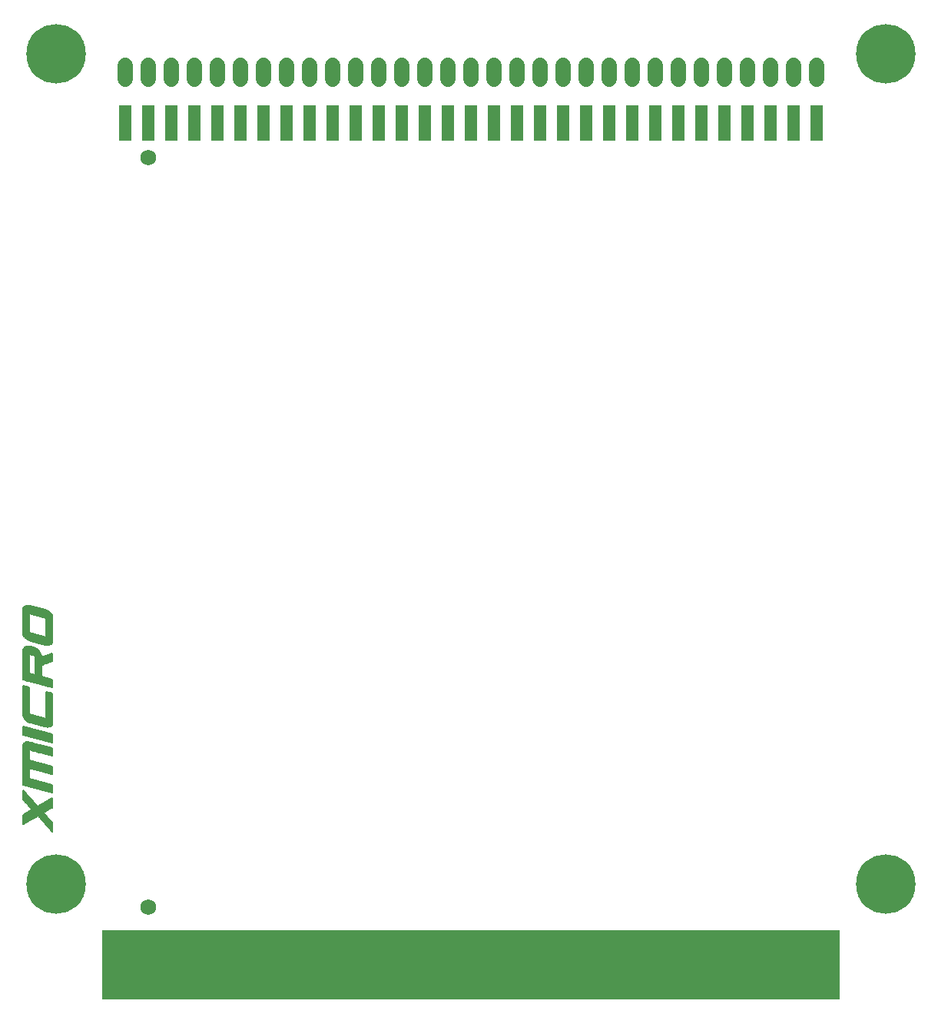
<source format=gts>
G75*
G70*
%OFA0B0*%
%FSLAX24Y24*%
%IPPOS*%
%LPD*%
%AMOC8*
5,1,8,0,0,1.08239X$1,22.5*
%
%ADD10C,0.0060*%
%ADD11R,3.2000X0.3000*%
%ADD12C,0.0680*%
%ADD13R,0.0580X0.1580*%
%ADD14C,0.2580*%
%ADD15C,0.0680*%
D10*
X002026Y007381D02*
X001396Y008076D01*
X000745Y007708D01*
X000745Y008116D01*
X001151Y008338D01*
X000745Y008779D01*
X000745Y009167D01*
X001386Y008468D01*
X002026Y008840D01*
X002026Y008428D01*
X001620Y008206D01*
X002026Y007769D01*
X002026Y007381D01*
X002026Y007429D02*
X001983Y007429D01*
X002026Y007488D02*
X001930Y007488D01*
X001877Y007546D02*
X002026Y007546D01*
X002026Y007605D02*
X001823Y007605D01*
X001770Y007663D02*
X002026Y007663D01*
X002026Y007722D02*
X001717Y007722D01*
X001664Y007780D02*
X002016Y007780D01*
X001962Y007839D02*
X001611Y007839D01*
X001558Y007897D02*
X001907Y007897D01*
X001853Y007956D02*
X001505Y007956D01*
X001452Y008014D02*
X001799Y008014D01*
X001744Y008073D02*
X001399Y008073D01*
X001389Y008073D02*
X000745Y008073D01*
X000745Y008014D02*
X001286Y008014D01*
X001183Y007956D02*
X000745Y007956D01*
X000745Y007897D02*
X001079Y007897D01*
X000976Y007839D02*
X000745Y007839D01*
X000745Y007780D02*
X000873Y007780D01*
X000769Y007722D02*
X000745Y007722D01*
X000773Y008131D02*
X001690Y008131D01*
X001636Y008190D02*
X000880Y008190D01*
X000986Y008248D02*
X001697Y008248D01*
X001804Y008307D02*
X001093Y008307D01*
X001126Y008365D02*
X001911Y008365D01*
X002018Y008424D02*
X001072Y008424D01*
X001019Y008482D02*
X001373Y008482D01*
X001410Y008482D02*
X002026Y008482D01*
X002026Y008541D02*
X001511Y008541D01*
X001611Y008599D02*
X002026Y008599D01*
X002026Y008658D02*
X001712Y008658D01*
X001813Y008716D02*
X002026Y008716D01*
X002026Y008775D02*
X001913Y008775D01*
X002014Y008833D02*
X002026Y008833D01*
X002026Y009071D02*
X002026Y009420D01*
X001016Y009681D01*
X001016Y010131D01*
X002026Y009866D01*
X002026Y010216D01*
X001016Y010477D01*
X001016Y010927D01*
X002026Y010662D01*
X002026Y011007D01*
X001058Y011259D01*
X000984Y011270D01*
X000910Y011270D01*
X000868Y011262D01*
X000829Y011245D01*
X000795Y011220D01*
X000772Y011192D01*
X000755Y011159D01*
X000746Y011124D01*
X000745Y011088D01*
X000745Y009402D01*
X002026Y009071D01*
X002026Y009126D02*
X001814Y009126D01*
X002026Y009184D02*
X001587Y009184D01*
X001361Y009243D02*
X002026Y009243D01*
X002026Y009301D02*
X001134Y009301D01*
X000908Y009360D02*
X002026Y009360D01*
X002026Y009418D02*
X000745Y009418D01*
X000745Y009477D02*
X001808Y009477D01*
X001582Y009535D02*
X000745Y009535D01*
X000745Y009594D02*
X001356Y009594D01*
X001130Y009652D02*
X000745Y009652D01*
X000745Y009711D02*
X001016Y009711D01*
X001016Y009769D02*
X000745Y009769D01*
X000745Y009828D02*
X001016Y009828D01*
X001016Y009886D02*
X000745Y009886D01*
X000745Y009945D02*
X001016Y009945D01*
X001016Y010003D02*
X000745Y010003D01*
X000745Y010062D02*
X001016Y010062D01*
X001016Y010120D02*
X000745Y010120D01*
X000745Y010179D02*
X002026Y010179D01*
X002026Y010120D02*
X001060Y010120D01*
X001283Y010062D02*
X002026Y010062D01*
X002026Y010003D02*
X001505Y010003D01*
X001728Y009945D02*
X002026Y009945D01*
X002026Y009886D02*
X001951Y009886D01*
X001944Y010237D02*
X000745Y010237D01*
X000745Y010296D02*
X001718Y010296D01*
X001492Y010354D02*
X000745Y010354D01*
X000745Y010413D02*
X001266Y010413D01*
X001039Y010471D02*
X000745Y010471D01*
X000745Y010530D02*
X001016Y010530D01*
X001016Y010588D02*
X000745Y010588D01*
X000745Y010647D02*
X001016Y010647D01*
X001016Y010705D02*
X000745Y010705D01*
X000745Y010764D02*
X001016Y010764D01*
X001016Y010822D02*
X000745Y010822D01*
X000745Y010881D02*
X001016Y010881D01*
X001193Y010881D02*
X002026Y010881D01*
X002026Y010939D02*
X000745Y010939D01*
X000745Y010998D02*
X002026Y010998D01*
X002026Y010822D02*
X001416Y010822D01*
X001639Y010764D02*
X002026Y010764D01*
X002026Y010705D02*
X001862Y010705D01*
X001839Y011056D02*
X000745Y011056D01*
X000746Y011115D02*
X001614Y011115D01*
X001388Y011173D02*
X000763Y011173D01*
X000811Y011232D02*
X001163Y011232D01*
X001225Y011466D02*
X002026Y011466D01*
X002026Y011524D02*
X000998Y011524D01*
X000772Y011583D02*
X002026Y011583D01*
X002026Y011604D02*
X002026Y011259D01*
X000745Y011590D01*
X000745Y011935D01*
X002026Y011604D01*
X001883Y011641D02*
X000745Y011641D01*
X000745Y011700D02*
X001657Y011700D01*
X001430Y011758D02*
X000745Y011758D01*
X000745Y011817D02*
X001204Y011817D01*
X000977Y011875D02*
X000745Y011875D01*
X000745Y011934D02*
X000751Y011934D01*
X000927Y012168D02*
X002026Y012168D01*
X002026Y012226D02*
X000856Y012226D01*
X000836Y012245D02*
X000798Y012289D01*
X000769Y012339D01*
X000749Y012394D01*
X000745Y012422D01*
X000745Y012449D01*
X000745Y013710D01*
X001016Y013644D01*
X001016Y012466D01*
X001755Y012277D01*
X001755Y013448D01*
X002026Y013383D01*
X002026Y012088D01*
X002024Y012059D01*
X002015Y012031D01*
X002001Y012006D01*
X001982Y011983D01*
X001945Y011956D01*
X001903Y011937D01*
X001858Y011927D01*
X001806Y011925D01*
X001755Y011931D01*
X001694Y011943D01*
X001074Y012100D01*
X001007Y012123D01*
X000945Y012155D01*
X000887Y012196D01*
X000836Y012245D01*
X000802Y012285D02*
X001724Y012285D01*
X001755Y012285D02*
X002026Y012285D01*
X002026Y012343D02*
X001755Y012343D01*
X001755Y012402D02*
X002026Y012402D01*
X002026Y012460D02*
X001755Y012460D01*
X001755Y012519D02*
X002026Y012519D01*
X002026Y012577D02*
X001755Y012577D01*
X001755Y012636D02*
X002026Y012636D01*
X002026Y012694D02*
X001755Y012694D01*
X001755Y012753D02*
X002026Y012753D01*
X002026Y012811D02*
X001755Y012811D01*
X001755Y012870D02*
X002026Y012870D01*
X002026Y012928D02*
X001755Y012928D01*
X001755Y012987D02*
X002026Y012987D01*
X002026Y013045D02*
X001755Y013045D01*
X001755Y013104D02*
X002026Y013104D01*
X002026Y013162D02*
X001755Y013162D01*
X001755Y013221D02*
X002026Y013221D01*
X002026Y013279D02*
X001755Y013279D01*
X001755Y013338D02*
X002026Y013338D01*
X001971Y013396D02*
X001755Y013396D01*
X001801Y013689D02*
X002026Y013689D01*
X002026Y013747D02*
X001577Y013747D01*
X001354Y013806D02*
X002026Y013806D01*
X002026Y013864D02*
X001130Y013864D01*
X000906Y013923D02*
X002026Y013923D01*
X002026Y013975D02*
X002026Y013630D01*
X002025Y013630D01*
X002026Y013630D02*
X000745Y013965D01*
X000745Y015208D01*
X000748Y015246D01*
X000758Y015283D01*
X000775Y015317D01*
X000798Y015348D01*
X000826Y015373D01*
X000857Y015394D01*
X000891Y015408D01*
X000927Y015416D01*
X000992Y015415D01*
X001056Y015404D01*
X001218Y015361D01*
X001256Y015349D01*
X001292Y015330D01*
X001375Y015274D01*
X001449Y015206D01*
X001494Y015148D01*
X001527Y015083D01*
X001543Y015015D01*
X001551Y014946D01*
X002026Y015118D01*
X002026Y014772D01*
X001547Y014600D01*
X001547Y014100D01*
X002026Y013975D01*
X002004Y013981D02*
X000761Y013981D01*
X000745Y013981D01*
X000745Y013965D02*
X001016Y014240D01*
X001016Y015070D01*
X001295Y015002D01*
X001295Y014172D01*
X001016Y014240D01*
X000745Y013965D01*
X000745Y014040D02*
X000819Y014040D01*
X001780Y014040D01*
X001555Y014098D02*
X000876Y014098D01*
X000745Y014098D01*
X000745Y014157D02*
X000934Y014157D01*
X001547Y014157D01*
X001547Y014215D02*
X001295Y014215D01*
X001295Y014274D02*
X001547Y014274D01*
X001547Y014332D02*
X001295Y014332D01*
X001295Y014391D02*
X001547Y014391D01*
X001547Y014449D02*
X001295Y014449D01*
X001295Y014508D02*
X001547Y014508D01*
X001547Y014566D02*
X001295Y014566D01*
X001295Y014625D02*
X001615Y014625D01*
X001778Y014683D02*
X001295Y014683D01*
X001295Y014742D02*
X001942Y014742D01*
X002026Y014800D02*
X001295Y014800D01*
X001295Y014859D02*
X002026Y014859D01*
X002026Y014917D02*
X001295Y014917D01*
X001295Y014976D02*
X001548Y014976D01*
X001539Y015034D02*
X001165Y015034D01*
X001016Y015034D02*
X000745Y015034D01*
X000745Y014976D02*
X001016Y014976D01*
X001016Y014917D02*
X000745Y014917D01*
X000745Y014859D02*
X001016Y014859D01*
X001016Y014800D02*
X000745Y014800D01*
X000745Y014742D02*
X001016Y014742D01*
X001016Y014683D02*
X000745Y014683D01*
X000745Y014625D02*
X001016Y014625D01*
X001016Y014566D02*
X000745Y014566D01*
X000745Y014508D02*
X001016Y014508D01*
X001016Y014449D02*
X000745Y014449D01*
X000745Y014391D02*
X001016Y014391D01*
X001016Y014332D02*
X000745Y014332D01*
X000745Y014274D02*
X001016Y014274D01*
X000991Y014215D02*
X001120Y014215D01*
X000991Y014215D02*
X000745Y014215D01*
X000745Y013689D02*
X000832Y013689D01*
X000745Y013630D02*
X001016Y013630D01*
X001016Y013572D02*
X000745Y013572D01*
X000745Y013513D02*
X001016Y013513D01*
X001016Y013455D02*
X000745Y013455D01*
X000745Y013396D02*
X001016Y013396D01*
X001016Y013338D02*
X000745Y013338D01*
X000745Y013279D02*
X001016Y013279D01*
X001016Y013221D02*
X000745Y013221D01*
X000745Y013162D02*
X001016Y013162D01*
X001016Y013104D02*
X000745Y013104D01*
X000745Y013045D02*
X001016Y013045D01*
X001016Y012987D02*
X000745Y012987D01*
X000745Y012928D02*
X001016Y012928D01*
X001016Y012870D02*
X000745Y012870D01*
X000745Y012811D02*
X001016Y012811D01*
X001016Y012753D02*
X000745Y012753D01*
X000745Y012694D02*
X001016Y012694D01*
X001016Y012636D02*
X000745Y012636D01*
X000745Y012577D02*
X001016Y012577D01*
X001016Y012519D02*
X000745Y012519D01*
X000745Y012460D02*
X001040Y012460D01*
X001268Y012402D02*
X000748Y012402D01*
X000767Y012343D02*
X001496Y012343D01*
X001500Y011992D02*
X001989Y011992D01*
X002021Y012051D02*
X001270Y012051D01*
X001049Y012109D02*
X002026Y012109D01*
X001887Y011934D02*
X001741Y011934D01*
X001678Y011349D02*
X002026Y011349D01*
X002026Y011407D02*
X001451Y011407D01*
X001904Y011290D02*
X002026Y011290D01*
X000783Y009126D02*
X000745Y009126D01*
X000745Y009067D02*
X000837Y009067D01*
X000890Y009009D02*
X000745Y009009D01*
X000745Y008950D02*
X000944Y008950D01*
X000998Y008892D02*
X000745Y008892D01*
X000745Y008833D02*
X001051Y008833D01*
X001105Y008775D02*
X000749Y008775D01*
X000803Y008716D02*
X001158Y008716D01*
X001212Y008658D02*
X000857Y008658D01*
X000911Y008599D02*
X001266Y008599D01*
X001319Y008541D02*
X000965Y008541D01*
X001633Y014976D02*
X002026Y014976D01*
X002026Y015034D02*
X001795Y015034D01*
X001957Y015093D02*
X002026Y015093D01*
X001880Y015482D02*
X001922Y015496D01*
X001948Y015506D01*
X001971Y015523D01*
X001991Y015543D01*
X002007Y015567D01*
X002019Y015593D01*
X002024Y015621D01*
X002026Y015649D01*
X002026Y016663D01*
X002025Y016704D01*
X002017Y016744D01*
X002000Y016783D01*
X001978Y016818D01*
X001939Y016867D01*
X001894Y016910D01*
X001838Y016953D01*
X001776Y016987D01*
X001709Y017011D01*
X001050Y017183D01*
X000996Y017191D01*
X000941Y017191D01*
X000896Y017186D01*
X000852Y017173D01*
X000818Y017155D01*
X000788Y017130D01*
X000766Y017098D01*
X000751Y017062D01*
X000745Y017024D01*
X000745Y016035D01*
X001016Y016015D01*
X000745Y016035D01*
X000745Y015992D01*
X000753Y015938D01*
X000771Y015886D01*
X000799Y015839D01*
X000857Y015777D01*
X000924Y015726D01*
X000996Y015685D01*
X001074Y015655D01*
X001703Y015488D01*
X001742Y015480D01*
X001836Y015476D01*
X001880Y015482D01*
X001937Y015502D02*
X001650Y015502D01*
X001430Y015561D02*
X002002Y015561D01*
X002024Y015619D02*
X001211Y015619D01*
X001015Y015678D02*
X002026Y015678D01*
X002026Y015736D02*
X000910Y015736D01*
X000840Y015795D02*
X002026Y015795D01*
X002026Y015853D02*
X001755Y015853D01*
X001755Y015820D02*
X001755Y016652D01*
X001016Y016847D01*
X001016Y016015D01*
X001755Y015820D01*
X001755Y015912D02*
X002026Y015912D01*
X002026Y015970D02*
X001755Y015970D01*
X001755Y016029D02*
X002026Y016029D01*
X002026Y016087D02*
X001755Y016087D01*
X001755Y016146D02*
X002026Y016146D01*
X002026Y016204D02*
X001755Y016204D01*
X001755Y016263D02*
X002026Y016263D01*
X002026Y016321D02*
X001755Y016321D01*
X001755Y016380D02*
X002026Y016380D01*
X002026Y016438D02*
X001755Y016438D01*
X001755Y016497D02*
X002026Y016497D01*
X002026Y016555D02*
X001755Y016555D01*
X001755Y016614D02*
X002026Y016614D01*
X002026Y016672D02*
X001678Y016672D01*
X001457Y016731D02*
X002020Y016731D01*
X001996Y016789D02*
X001236Y016789D01*
X001016Y016789D02*
X000745Y016789D01*
X000745Y016731D02*
X001016Y016731D01*
X001016Y016672D02*
X000745Y016672D01*
X000745Y016614D02*
X001016Y016614D01*
X001016Y016555D02*
X000745Y016555D01*
X000745Y016497D02*
X001016Y016497D01*
X001016Y016438D02*
X000745Y016438D01*
X000745Y016380D02*
X001016Y016380D01*
X001016Y016321D02*
X000745Y016321D01*
X000745Y016263D02*
X001016Y016263D01*
X001016Y016204D02*
X000745Y016204D01*
X000745Y016146D02*
X001016Y016146D01*
X001016Y016087D02*
X000745Y016087D01*
X000745Y016029D02*
X000832Y016029D01*
X001016Y016029D01*
X001186Y015970D02*
X000748Y015970D01*
X000762Y015912D02*
X001407Y015912D01*
X001628Y015853D02*
X000791Y015853D01*
X000844Y015385D02*
X001129Y015385D01*
X001297Y015327D02*
X000782Y015327D01*
X000754Y015268D02*
X001382Y015268D01*
X001445Y015210D02*
X000745Y015210D01*
X000745Y015151D02*
X001491Y015151D01*
X001523Y015093D02*
X000745Y015093D01*
X000745Y016848D02*
X001954Y016848D01*
X001898Y016906D02*
X000745Y016906D01*
X000745Y016965D02*
X001817Y016965D01*
X001664Y017023D02*
X000745Y017023D01*
X000759Y017082D02*
X001439Y017082D01*
X001214Y017140D02*
X000800Y017140D01*
D11*
X020180Y001600D03*
D12*
X020180Y040005D02*
X020180Y040605D01*
X021180Y040605D02*
X021180Y040005D01*
X022180Y040005D02*
X022180Y040605D01*
X023180Y040605D02*
X023180Y040005D01*
X024180Y040005D02*
X024180Y040605D01*
X025180Y040605D02*
X025180Y040005D01*
X026180Y040005D02*
X026180Y040605D01*
X027180Y040605D02*
X027180Y040005D01*
X028180Y040005D02*
X028180Y040605D01*
X029180Y040605D02*
X029180Y040005D01*
X030180Y040005D02*
X030180Y040605D01*
X031180Y040605D02*
X031180Y040005D01*
X032180Y040005D02*
X032180Y040605D01*
X033180Y040605D02*
X033180Y040005D01*
X034180Y040005D02*
X034180Y040605D01*
X035180Y040605D02*
X035180Y040005D01*
X019180Y040005D02*
X019180Y040605D01*
X018180Y040605D02*
X018180Y040005D01*
X017180Y040005D02*
X017180Y040605D01*
X016180Y040605D02*
X016180Y040005D01*
X015180Y040005D02*
X015180Y040605D01*
X014180Y040605D02*
X014180Y040005D01*
X013180Y040005D02*
X013180Y040605D01*
X012180Y040605D02*
X012180Y040005D01*
X011180Y040005D02*
X011180Y040605D01*
X010180Y040605D02*
X010180Y040005D01*
X009180Y040005D02*
X009180Y040605D01*
X008180Y040605D02*
X008180Y040005D01*
X007180Y040005D02*
X007180Y040605D01*
X006180Y040605D02*
X006180Y040005D01*
X005180Y040005D02*
X005180Y040605D01*
D13*
X005180Y038100D03*
X006180Y038100D03*
X007180Y038100D03*
X008180Y038100D03*
X009180Y038100D03*
X010180Y038100D03*
X011180Y038100D03*
X012180Y038100D03*
X013180Y038100D03*
X014180Y038100D03*
X015180Y038100D03*
X016180Y038100D03*
X017180Y038100D03*
X018180Y038100D03*
X019180Y038100D03*
X020180Y038100D03*
X021180Y038100D03*
X022180Y038100D03*
X023180Y038100D03*
X024180Y038100D03*
X025180Y038100D03*
X026180Y038100D03*
X027180Y038100D03*
X028180Y038100D03*
X029180Y038100D03*
X030180Y038100D03*
X031180Y038100D03*
X032180Y038100D03*
X033180Y038100D03*
X034180Y038100D03*
X035180Y038100D03*
D14*
X002180Y005100D03*
X002180Y041100D03*
X038180Y041100D03*
X038180Y005100D03*
D15*
X006180Y004100D03*
X006180Y036600D03*
M02*

</source>
